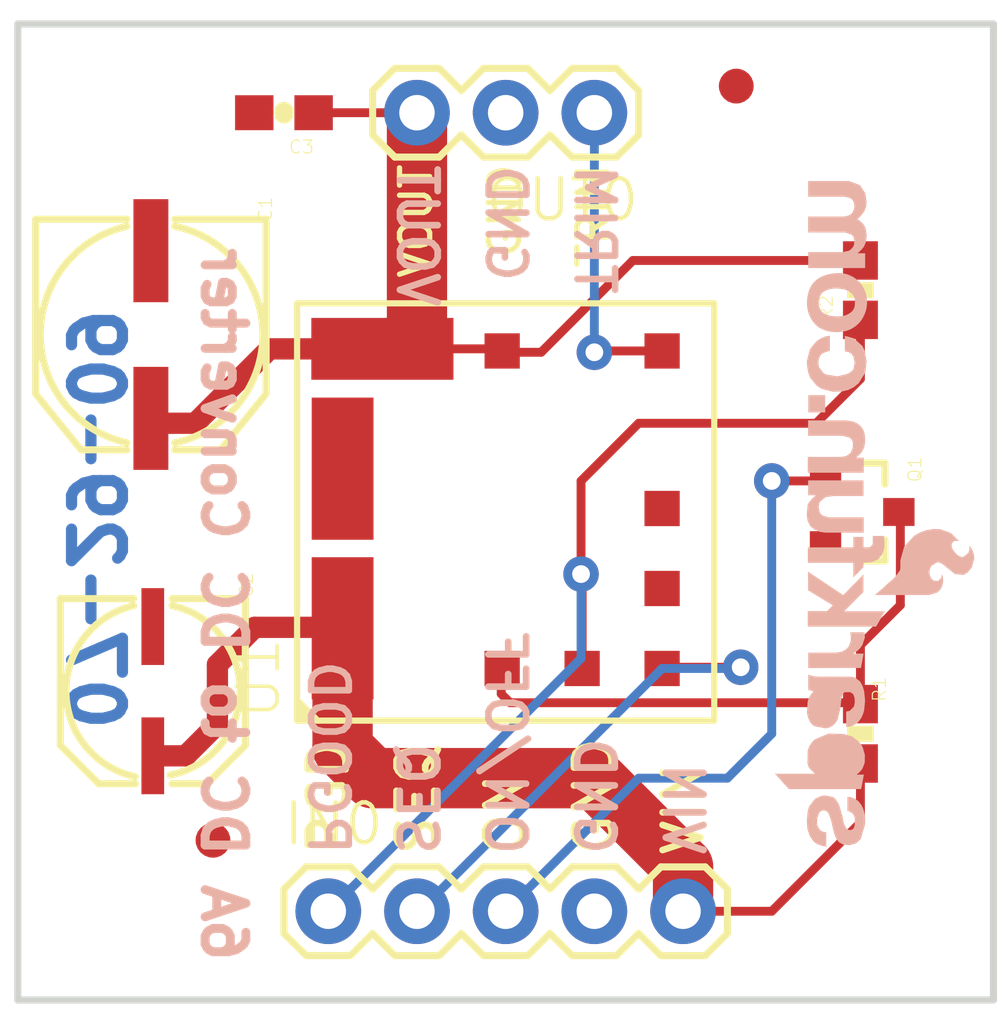
<source format=kicad_pcb>
(kicad_pcb (version 20211014) (generator pcbnew)
  (layers (0 "F.Cu" signal) (1 "In1.Cu" signal) (2 "In2.Cu" signal) (3 "In3.Cu" signal) (4 "In4.Cu" signal) (5 "In5.Cu" signal) (6 "In6.Cu" signal) (7 "In7.Cu" signal) (8 "In8.Cu" signal) (9 "In9.Cu" signal) (10 "In10.Cu" signal) (11 "In11.Cu" signal) (12 "In12.Cu" signal) (13 "In13.Cu" signal) (14 "In14.Cu" signal) (31 "B.Cu" signal) (34 "B.Paste" user) (35 "F.Paste" user) (36 "B.SilkS" user "B.Silkscreen") (37 "F.SilkS" user "F.Silkscreen") (38 "B.Mask" user) (39 "F.Mask" user) (44 "Edge.Cuts" user))
  (net 0 "")
  (net 1 "GND")
  (net 2 "SEQ")
  (net 3 "PGOOD")
  (net 4 "TRIM")
  (net 5 "N$1")
  (net 6 "ON/OFF")
  (net 7 "VIN")
  (net 8 "VOUT")
  (footprint "boardEagle:0603-CAP" (layer "F.Cu") (at 142.1511 93.5736 180)
    (fp_text reference "C3" (at -0.889 -0.762 180) (layer "F.SilkS") (effects (font (size 0.373888 0.373888) (thickness 0.032512)) (justify right top)))
    (fp_text value "0.1uF")
    (fp_line (start 0 -0.0305) (end 0 0.0305) (layer "F.SilkS") (width 0.5588))
    (pad "1" smd rect (at -0.85 0 180) (size 1.1 1) (layers "F.Cu" "F.Paste" "F.Mask") (net 8 "VOUT"))
    (pad "2" smd rect (at 0.85 0 180) (size 1.1 1) (layers "F.Cu" "F.Paste" "F.Mask") (net 1 "GND"))
  )
  (footprint "boardEagle:STAND-OFF" (layer "F.Cu") (at 159.9311 116.4336)
    (fp_text reference "U$3" hide)
    (fp_text value "STAND-OFF" hide)
    (pad "" np_thru_hole circle (at 0 0) (size 3.302 3.302) (drill 3.302) (layers *.Cu *.Mask))
  )
  (footprint "boardEagle:SOT23-3" (layer "F.Cu") (at 158.6611 105.0036 -90)
    (fp_text reference "Q1" (at -0.8255 -1.778 -90) (layer "F.SilkS") (effects (font (size 0.373888 0.373888) (thickness 0.032512)) (justify left bottom)))
    (fp_text value "MOSFET-NCHANNELSMD")
    (fp_line (start 1.4 -0.7) (end 1.4 0.1) (layer "F.SilkS") (width 0.2032))
    (fp_line (start -1.4 -0.7) (end -1.4 0.1) (layer "F.SilkS") (width 0.2032))
    (fp_line (start -0.8 -0.7) (end -1.4 -0.7) (layer "F.SilkS") (width 0.2032))
    (fp_line (start 0.8 -0.7) (end 1.4 -0.7) (layer "F.SilkS") (width 0.2032))
    (pad "1" smd rect (at -0.95 1 270) (size 0.8 0.9) (layers "F.Cu" "F.Paste" "F.Mask") (net 6 "ON/OFF"))
    (pad "2" smd rect (at 0.95 1 270) (size 0.8 0.9) (layers "F.Cu" "F.Paste" "F.Mask") (net 1 "GND"))
    (pad "3" smd rect (at 0 -1.1 270) (size 0.8 0.9) (layers "F.Cu" "F.Paste" "F.Mask") (net 5 "N$1"))
  )
  (footprint "boardEagle:STAND-OFF" (layer "F.Cu") (at 159.9311 93.5736)
    (fp_text reference "U$5" hide)
    (fp_text value "STAND-OFF" hide)
    (pad "" np_thru_hole circle (at 0 0) (size 3.302 3.302) (drill 3.302) (layers *.Cu *.Mask))
  )
  (footprint "boardEagle:FIDUCIAL-1X2" (layer "F.Cu") (at 140.1191 114.4016)
    (fp_text reference "FID2" hide)
    (fp_text value "FIDUCIAL1X2" hide)
    (pad "1" smd roundrect (at 0 0) (size 1 1) (layers "F.Cu" "F.Mask") (roundrect_rratio 0.5))
  )
  (footprint "boardEagle:STAND-OFF" (layer "F.Cu") (at 137.0711 116.4336)
    (fp_text reference "U$1" hide)
    (fp_text value "STAND-OFF" hide)
    (pad "" np_thru_hole circle (at 0 0) (size 3.302 3.302) (drill 3.302) (layers *.Cu *.Mask))
  )
  (footprint "boardEagle:NIPPON_F80" (layer "F.Cu") (at 138.3411 99.9236 -90)
    (fp_text reference "C1" (at -3.2 -3.5 -90) (layer "F.SilkS") (effects (font (size 0.373888 0.373888) (thickness 0.032512)) (justify left bottom)))
    (fp_text value "100uF-25V")
    (fp_line (start 1.7 -3.3) (end 3.3 -2) (layer "F.SilkS") (width 0.2032))
    (fp_line (start -3.3 -3.3) (end -3.3 -0.685) (layer "F.SilkS") (width 0.2032))
    (fp_line (start 3.3 2) (end 3.3 0.685) (layer "F.SilkS") (width 0.2032))
    (fp_line (start 3.3 2) (end 1.7 3.3) (layer "F.SilkS") (width 0.2032))
    (fp_line (start 3.3 -2) (end 3.3 -0.685) (layer "F.SilkS") (width 0.2032))
    (fp_line (start 1.7 3.3) (end -3.3 3.3) (layer "F.SilkS") (width 0.2032))
    (fp_line (start -3.3 -3.3) (end 1.7 -3.3) (layer "F.SilkS") (width 0.2032))
    (fp_line (start -3.3 3.3) (end -3.3 0.685) (layer "F.SilkS") (width 0.2032))
    (fp_arc (start 3.1 0.685) (mid 0 3.167421) (end -3.1 0.685) (layer "F.SilkS") (width 0.2032))
    (fp_arc (start -3.1 -0.685) (mid 0 -3.206549) (end 3.1 -0.685) (layer "F.SilkS") (width 0.2032))
    (pad "+" smd rect (at 2.4 0 270) (size 2.95 1) (layers "F.Cu" "F.Paste" "F.Mask") (net 8 "VOUT"))
    (pad "-" smd rect (at -2.4 0 270) (size 2.95 1) (layers "F.Cu" "F.Paste" "F.Mask") (net 1 "GND"))
  )
  (footprint "boardEagle:0603-RES" (layer "F.Cu") (at 158.6611 98.6536 90)
    (fp_text reference "R2" (at -0.889 -0.762 90) (layer "F.SilkS") (effects (font (size 0.373888 0.373888) (thickness 0.032512)) (justify left bottom)))
    (fp_text value "100K")
    (fp_poly (pts (xy -0.2286 0.381) (xy 0.2286 0.381) (xy 0.2286 -0.381) (xy -0.2286 -0.381)) (layer "F.SilkS") (width 0) (fill solid))
    (pad "1" smd rect (at -0.85 0 90) (size 1.1 1) (layers "F.Cu" "F.Paste" "F.Mask") (net 3 "PGOOD"))
    (pad "2" smd rect (at 0.85 0 90) (size 1.1 1) (layers "F.Cu" "F.Paste" "F.Mask") (net 8 "VOUT"))
  )
  (footprint "boardEagle:STAND-OFF" (layer "F.Cu") (at 137.0711 93.5736)
    (fp_text reference "U$4" hide)
    (fp_text value "STAND-OFF" hide)
    (pad "" np_thru_hole circle (at 0 0) (size 3.302 3.302) (drill 3.302) (layers *.Cu *.Mask))
  )
  (footprint "boardEagle:PANASONIC_C" (layer "F.Cu") (at 138.5951 110.0836 -90)
    (fp_text reference "C2" (at -2.6 -2.7 -90) (layer "F.SilkS") (effects (font (size 0.373888 0.373888) (thickness 0.032512)) (justify left bottom)))
    (fp_text value "22uF-35v")
    (fp_line (start 2.7 1.75) (end 1.6 2.85) (layer "F.SilkS") (width 0.2032))
    (fp_line (start 1.6 2.85) (end -2.6 2.85) (layer "F.SilkS") (width 0.2032))
    (fp_line (start -2.6 -2.45) (end 1.6 -2.45) (layer "F.SilkS") (width 0.2032))
    (fp_line (start 1.6 -2.45) (end 2.7 -1.35) (layer "F.SilkS") (width 0.2032))
    (fp_line (start -2.6 2.85) (end -2.6 0.75) (layer "F.SilkS") (width 0.2032))
    (fp_line (start -2.6 -2.45) (end -2.6 -0.35) (layer "F.SilkS") (width 0.2032))
    (fp_line (start 2.7 1.75) (end 2.7 0.7) (layer "F.SilkS") (width 0.2032))
    (fp_line (start 2.7 -1.35) (end 2.7 -0.35) (layer "F.SilkS") (width 0.2032))
    (fp_arc (start -2.4 -0.35) (mid 0.045371 -2.30101) (end 2.449999 -0.3) (layer "F.SilkS") (width 0.2032))
    (fp_arc (start 2.5 0.7) (mid 0.070009 2.685977) (end -2.400001 0.75) (layer "F.SilkS") (width 0.2032))
    (pad "+" smd rect (at 1.9 0.2 270) (size 2.2 0.65) (layers "F.Cu" "F.Paste" "F.Mask") (net 7 "VIN"))
    (pad "-" smd rect (at -1.8 0.2 270) (size 2.2 0.65) (layers "F.Cu" "F.Paste" "F.Mask") (net 1 "GND"))
  )
  (footprint "boardEagle:FIDUCIAL-1X2" (layer "F.Cu") (at 155.1051 92.8116)
    (fp_text reference "FID1" hide)
    (fp_text value "FIDUCIAL1X2" hide)
    (pad "1" smd roundrect (at 0 0) (size 1 1) (layers "F.Cu" "F.Mask") (roundrect_rratio 0.5))
  )
  (footprint "boardEagle:0603-RES" (layer "F.Cu") (at 158.6611 111.3536 -90)
    (fp_text reference "R1" (at -0.889 -0.762 -90) (layer "F.SilkS") (effects (font (size 0.373888 0.373888) (thickness 0.032512)) (justify left bottom)))
    (fp_text value "22K")
    (fp_poly (pts (xy -0.2286 0.381) (xy 0.2286 0.381) (xy 0.2286 -0.381) (xy -0.2286 -0.381)) (layer "F.SilkS") (width 0) (fill solid))
    (pad "1" smd rect (at -0.85 0 270) (size 1.1 1) (layers "F.Cu" "F.Paste" "F.Mask") (net 5 "N$1"))
    (pad "2" smd rect (at 0.85 0 270) (size 1.1 1) (layers "F.Cu" "F.Paste" "F.Mask") (net 7 "VIN"))
  )
  (footprint "boardEagle:1X05" (layer "F.Cu") (at 143.4211 116.4336)
    (fp_text reference "IN0" (at -1.3462 -1.8288) (layer "F.SilkS") (effects (font (size 1.143 1.143) (thickness 0.127)) (justify left bottom)))
    (fp_text value "")
    (fp_line (start 1.27 0.635) (end 0.635 1.27) (layer "F.SilkS") (width 0.2032))
    (fp_line (start 9.525 1.27) (end 8.89 0.635) (layer "F.SilkS") (width 0.2032))
    (fp_line (start 3.81 -0.635) (end 4.445 -1.27) (layer "F.SilkS") (width 0.2032))
    (fp_line (start 8.89 -0.635) (end 9.525 -1.27) (layer "F.SilkS") (width 0.2032))
    (fp_line (start 3.175 1.27) (end 1.905 1.27) (layer "F.SilkS") (width 0.2032))
    (fp_line (start 11.43 0.635) (end 10.795 1.27) (layer "F.SilkS") (width 0.2032))
    (fp_line (start 6.985 -1.27) (end 8.255 -1.27) (layer "F.SilkS") (width 0.2032))
    (fp_line (start -0.635 -1.27) (end 0.635 -1.27) (layer "F.SilkS") (width 0.2032))
    (fp_line (start 0.635 1.27) (end -0.635 1.27) (layer "F.SilkS") (width 0.2032))
    (fp_line (start 4.445 -1.27) (end 5.715 -1.27) (layer "F.SilkS") (width 0.2032))
    (fp_line (start -1.27 -0.635) (end -1.27 0.635) (layer "F.SilkS") (width 0.2032))
    (fp_line (start 6.985 -1.27) (end 6.35 -0.635) (layer "F.SilkS") (width 0.2032))
    (fp_line (start -0.635 -1.27) (end -1.27 -0.635) (layer "F.SilkS") (width 0.2032))
    (fp_line (start 3.81 0.635) (end 3.175 1.27) (layer "F.SilkS") (width 0.2032))
    (fp_line (start 6.35 0.635) (end 6.985 1.27) (layer "F.SilkS") (width 0.2032))
    (fp_line (start 8.255 -1.27) (end 8.89 -0.635) (layer "F.SilkS") (width 0.2032))
    (fp_line (start 6.35 0.635) (end 5.715 1.27) (layer "F.SilkS") (width 0.2032))
    (fp_line (start 11.43 -0.635) (end 11.43 0.635) (layer "F.SilkS") (width 0.2032))
    (fp_line (start 5.715 1.27) (end 4.445 1.27) (layer "F.SilkS") (width 0.2032))
    (fp_line (start 1.905 1.27) (end 1.27 0.635) (layer "F.SilkS") (width 0.2032))
    (fp_line (start 8.89 0.635) (end 8.255 1.27) (layer "F.SilkS") (width 0.2032))
    (fp_line (start 1.905 -1.27) (end 3.175 -1.27) (layer "F.SilkS") (width 0.2032))
    (fp_line (start 3.175 -1.27) (end 3.81 -0.635) (layer "F.SilkS") (width 0.2032))
    (fp_line (start 1.27 -0.635) (end 1.905 -1.27) (layer "F.SilkS") (width 0.2032))
    (fp_line (start -1.27 0.635) (end -0.635 1.27) (layer "F.SilkS") (width 0.2032))
    (fp_line (start 10.795 1.27) (end 9.525 1.27) (layer "F.SilkS") (width 0.2032))
    (fp_line (start 0.635 -1.27) (end 1.27 -0.635) (layer "F.SilkS") (width 0.2032))
    (fp_line (start 8.255 1.27) (end 6.985 1.27) (layer "F.SilkS") (width 0.2032))
    (fp_line (start 9.525 -1.27) (end 10.795 -1.27) (layer "F.SilkS") (width 0.2032))
    (fp_line (start 10.795 -1.27) (end 11.43 -0.635) (layer "F.SilkS") (width 0.2032))
    (fp_line (start 4.445 1.27) (end 3.81 0.635) (layer "F.SilkS") (width 0.2032))
    (fp_line (start 5.715 -1.27) (end 6.35 -0.635) (layer "F.SilkS") (width 0.2032))
    (pad "1" thru_hole circle (at 0 0 90) (size 1.8796 1.8796) (drill 1.016) (layers *.Cu *.Mask) (net 3 "PGOOD"))
    (pad "2" thru_hole circle (at 2.54 0 90) (size 1.8796 1.8796) (drill 1.016) (layers *.Cu *.Mask) (net 2 "SEQ"))
    (pad "3" thru_hole circle (at 5.08 0 90) (size 1.8796 1.8796) (drill 1.016) (layers *.Cu *.Mask) (net 6 "ON/OFF"))
    (pad "4" thru_hole circle (at 7.62 0 90) (size 1.8796 1.8796) (drill 1.016) (layers *.Cu *.Mask) (net 1 "GND"))
    (pad "5" thru_hole circle (at 10.16 0 90) (size 1.8796 1.8796) (drill 1.016) (layers *.Cu *.Mask) (net 7 "VIN"))
  )
  (footprint "boardEagle:DC-DC_CONVERTER" (layer "F.Cu") (at 148.5011 105.0036 90)
    (fp_text reference "U1" (at -6 -6.4 90) (layer "F.SilkS") (effects (font (size 1.1684 1.1684) (thickness 0.1016)) (justify left bottom)))
    (fp_text value "DC-DC_CONVERTER")
    (fp_line (start 5.973 -5.973) (end -5.973 -5.973) (layer "F.SilkS") (width 0.1778))
    (fp_line (start 5.973 5.973) (end 5.973 -5.973) (layer "F.SilkS") (width 0.1778))
    (fp_line (start -5.9182 -5.6896) (end -5.6896 -5.9182) (layer "F.SilkS") (width 0.254))
    (fp_line (start -5.973 5.973) (end 5.973 5.973) (layer "F.SilkS") (width 0.1778))
    (fp_line (start -5.9182 -5.4356) (end -5.4102 -5.9436) (layer "F.SilkS") (width 0.1778))
    (fp_line (start -5.973 -5.973) (end -5.973 5.973) (layer "F.SilkS") (width 0.1778))
    (pad "1" smd rect (at -4.48 -0.1 90) (size 1.01 1.01) (layers "F.Cu" "F.Paste" "F.Mask") (net 5 "N$1"))
    (pad "2" smd rect (at -3.33 -4.67 180) (size 1.77 4.07) (layers "F.Cu" "F.Paste" "F.Mask") (net 7 "VIN"))
    (pad "3" smd rect (at 1.24 -4.67 180) (size 1.77 4.07) (layers "F.Cu" "F.Paste" "F.Mask") (net 1 "GND"))
    (pad "4" smd rect (at 4.67 -3.53 90) (size 1.77 4.07) (layers "F.Cu" "F.Paste" "F.Mask") (net 8 "VOUT"))
    (pad "5" smd rect (at 4.61 -0.1 90) (size 1.01 1.01) (layers "F.Cu" "F.Paste" "F.Mask") (net 8 "VOUT"))
    (pad "6" smd rect (at 4.61 4.48 90) (size 1.01 1.01) (layers "F.Cu" "F.Paste" "F.Mask") (net 4 "TRIM"))
    (pad "7" smd rect (at 0.1 4.48 90) (size 1.01 1.01) (layers "F.Cu" "F.Paste" "F.Mask") (net 1 "GND"))
    (pad "8" smd rect (at -2.19 4.48 90) (size 1.01 1.01) (layers "F.Cu" "F.Paste" "F.Mask"))
    (pad "9" smd rect (at -4.48 4.48 90) (size 1.01 1.01) (layers "F.Cu" "F.Paste" "F.Mask") (net 2 "SEQ"))
    (pad "10" smd rect (at -4.48 2.19 90) (size 1.01 1.01) (layers "F.Cu" "F.Paste" "F.Mask") (net 3 "PGOOD"))
  )
  (footprint "boardEagle:1X03" (layer "F.Cu") (at 151.0411 93.5736 180)
    (fp_text reference "OUT0" (at -1.3462 -1.8288 180) (layer "F.SilkS") (effects (font (size 1.143 1.143) (thickness 0.127)) (justify right top)))
    (fp_text value "")
    (fp_line (start -1.27 0.635) (end -0.635 1.27) (layer "F.SilkS") (width 0.2032))
    (fp_line (start -0.635 -1.27) (end -1.27 -0.635) (layer "F.SilkS") (width 0.2032))
    (fp_line (start 1.27 0.635) (end 0.635 1.27) (layer "F.SilkS") (width 0.2032))
    (fp_line (start 4.445 1.27) (end 3.81 0.635) (layer "F.SilkS") (width 0.2032))
    (fp_line (start 3.175 1.27) (end 1.905 1.27) (layer "F.SilkS") (width 0.2032))
    (fp_line (start 3.81 -0.635) (end 4.445 -1.27) (layer "F.SilkS") (width 0.2032))
    (fp_line (start 0.635 -1.27) (end 1.27 -0.635) (layer "F.SilkS") (width 0.2032))
    (fp_line (start 3.175 -1.27) (end 3.81 -0.635) (layer "F.SilkS") (width 0.2032))
    (fp_line (start 0.635 1.27) (end -0.635 1.27) (layer "F.SilkS") (width 0.2032))
    (fp_line (start 6.35 -0.635) (end 6.35 0.635) (layer "F.SilkS") (width 0.2032))
    (fp_line (start 5.715 1.27) (end 4.445 1.27) (layer "F.SilkS") (width 0.2032))
    (fp_line (start -0.635 -1.27) (end 0.635 -1.27) (layer "F.SilkS") (width 0.2032))
    (fp_line (start 5.715 -1.27) (end 6.35 -0.635) (layer "F.SilkS") (width 0.2032))
    (fp_line (start 4.445 -1.27) (end 5.715 -1.27) (layer "F.SilkS") (width 0.2032))
    (fp_line (start 1.905 1.27) (end 1.27 0.635) (layer "F.SilkS") (width 0.2032))
    (fp_line (start 1.27 -0.635) (end 1.905 -1.27) (layer "F.SilkS") (width 0.2032))
    (fp_line (start 6.35 0.635) (end 5.715 1.27) (layer "F.SilkS") (width 0.2032))
    (fp_line (start 3.81 0.635) (end 3.175 1.27) (layer "F.SilkS") (width 0.2032))
    (fp_line (start 1.905 -1.27) (end 3.175 -1.27) (layer "F.SilkS") (width 0.2032))
    (fp_line (start -1.27 -0.635) (end -1.27 0.635) (layer "F.SilkS") (width 0.2032))
    (pad "1" thru_hole circle (at 0 0 270) (size 1.8796 1.8796) (drill 1.016) (layers *.Cu *.Mask) (net 4 "TRIM"))
    (pad "2" thru_hole circle (at 2.54 0 270) (size 1.8796 1.8796) (drill 1.016) (layers *.Cu *.Mask) (net 1 "GND"))
    (pad "3" thru_hole circle (at 5.08 0 270) (size 1.8796 1.8796) (drill 1.016) (layers *.Cu *.Mask) (net 8 "VOUT"))
  )
  (footprint "boardEagle:SFE-NEW-WEBLOGO" (layer "B.Cu") (at 156.2227 114.5794 90)
    (fp_text reference "U$2" hide)
    (fp_text value "LOGO-SFENEW" hide)
    (fp_line (start 15.5702 2.6137) (end 15.5854 2.6137) (layer "B.SilkS") (width 0.0254))
    (fp_line (start 12.1818 0.955) (end 11.7729 0.955) (layer "B.SilkS") (width 0.0254))
    (fp_line (start 11.1201 2.5171) (end 11.1201 2.2962) (layer "B.SilkS") (width 0.0254))
    (fp_line (start 11.1379 0.9449) (end 10.7163 0.9449) (layer "B.SilkS") (width 0.0254))
    (fp_line (start 15.5499 2.6137) (end 15.5499 2.2911) (layer "B.SilkS") (width 0.0254))
    (fp_line (start 11.1201 2.2962) (end 11.1277 2.2962) (layer "B.SilkS") (width 0.0254))
    (fp_line (start 10.7163 0.9449) (end 10.7163 2.5171) (layer "B.SilkS") (width 0.0254))
    (fp_line (start 11.1379 1.8136) (end 11.1379 0.9449) (layer "B.SilkS") (width 0.0254))
    (fp_line (start 12.1818 2.0091) (end 12.1818 0.955) (layer "B.SilkS") (width 0.0254))
    (fp_line (start 15.5702 2.2962) (end 15.5702 2.6137) (layer "B.SilkS") (width 0.0254))
    (fp_line (start 10.7163 2.5171) (end 11.1201 2.5171) (layer "B.SilkS") (width 0.0254))
    (fp_line (start 11.7729 0.955) (end 11.7729 1.9202) (layer "B.SilkS") (width 0.0254))
    (fp_line (start 15.5499 2.2911) (end 15.527 2.2911) (layer "B.SilkS") (width 0.0254))
    (fp_arc (start 11.5672 2.5552) (mid 11.411238 2.523841) (end 11.2725 2.446) (layer "B.SilkS") (width 0.0254))
    (fp_arc (start 15.24 1.4097) (mid 15.31871 1.3127) (end 15.428 1.2522) (layer "B.SilkS") (width 0.0254))
    (fp_arc (start 11.4198 2.2327) (mid 11.475702 2.235165) (end 11.5316 2.2377) (layer "B.SilkS") (width 0.0254))
    (fp_arc (start 15.9029 0.9754) (mid 16.153433 1.12491) (end 16.317 1.3665) (layer "B.SilkS") (width 0.0254))
    (fp_arc (start 11.1455 2.3038) (mid 11.152103 2.311188) (end 11.1582 2.319) (layer "B.SilkS") (width 0.0254))
    (fp_arc (start 11.1684 2.0396) (mid 11.146105 1.962214) (end 11.1379 1.8821) (layer "B.SilkS") (width 0.0254))
    (fp_arc (start 11.7678 2.5502) (mid 11.667584 2.556058) (end 11.5672 2.5552) (layer "B.SilkS") (width 0.0254))
    (fp_arc (start 16.4033 1.808499) (mid 16.333054 2.143404) (end 16.129 2.4181) (layer "B.SilkS") (width 0.0254))
    (fp_arc (start 15.9868 1.7196) (mid 15.980368 1.846143) (end 15.9588 1.971) (layer "B.SilkS") (width 0.0254))
    (fp_arc (start 15.8318 2.2047) (mid 15.783745 2.244042) (end 15.7277 2.2708) (layer "B.SilkS") (width 0.0254))
    (fp_arc (start 11.1277 2.2962) (mid 11.137379 2.298176) (end 11.1455 2.3038) (layer "B.SilkS") (width 0.0254))
    (fp_arc (start 15.1714 1.6383) (mid 15.194331 1.520588) (end 15.24 1.4097) (layer "B.SilkS") (width 0.0254))
    (fp_arc (start 15.7632 1.2725) (mid 15.846801 1.329279) (end 15.908 1.4097) (layer "B.SilkS") (width 0.0254))
    (fp_arc (start 14.7549 1.9507) (mid 14.737287 1.759061) (end 14.7523 1.5672) (layer "B.SilkS") (width 0.0254))
    (fp_arc (start 15.428 1.2522) (mid 15.597525 1.230563) (end 15.7632 1.2725) (layer "B.SilkS") (width 0.0254))
    (fp_arc (start 11.4198 2.2327) (mid 11.334441 2.214452) (end 11.259799 2.1692) (layer "B.SilkS") (width 0.0254))
    (fp_arc (start 15.2781 2.1692) (mid 15.20247 2.035022) (end 15.168899 1.8847) (layer "B.SilkS") (width 0.0254))
    (fp_arc (start 15.527 2.2911) (mid 15.388433 2.258974) (end 15.278099 2.1692) (layer "B.SilkS") (width 0.0254))
    (fp_arc (start 11.5976 2.2276) (mid 11.565101 2.235925) (end 11.5316 2.2377) (layer "B.SilkS") (width 0.0254))
    (fp_arc (start 14.9911 1.1201) (mid 15.249615 0.972855) (end 15.5423 0.9195) (layer "B.SilkS") (width 0.0254))
    (fp_arc (start 12.1488 2.232699) (mid 12.104013 2.336521) (end 12.0345 2.4257) (layer "B.SilkS") (width 0.0254))
    (fp_arc (start 15.128201 2.4892) (mid 14.882786 2.260687) (end 14.7549 1.9507) (layer "B.SilkS") (width 0.0254))
    (fp_arc (start 14.7523 1.5672) (mid 14.792796 1.413418) (end 14.8615 1.27) (layer "B.SilkS") (width 0.0254))
    (fp_arc (start 11.1379 1.8821) (mid 11.137681 1.84785) (end 11.1379 1.8136) (layer "B.SilkS") (width 0.0254))
    (fp_arc (start 11.7729 1.9202) (mid 11.758038 2.02962) (end 11.7145 2.1311) (layer "B.SilkS") (width 0.0254))
    (fp_arc (start 12.0345 2.425699) (mid 11.911985 2.51116) (end 11.7678 2.5502) (layer "B.SilkS") (width 0.0254))
    (fp_arc (start 15.9588 1.971) (mid 15.910982 2.096372) (end 15.8318 2.2047) (layer "B.SilkS") (width 0.0254))
    (fp_arc (start 15.809 2.5857) (mid 15.698073 2.606673) (end 15.5854 2.6137) (layer "B.SilkS") (width 0.0254))
    (fp_arc (start 15.908 1.4097) (mid 15.966057 1.559906) (end 15.9868 1.7196) (layer "B.SilkS") (width 0.0254))
    (fp_arc (start 11.7145 2.1311) (mid 11.664346 2.1894) (end 11.5976 2.2276) (layer "B.SilkS") (width 0.0254))
    (fp_arc (start 15.5499 2.6137) (mid 15.331296 2.577713) (end 15.1282 2.4892) (layer "B.SilkS") (width 0.0254))
    (fp_arc (start 11.1862 2.3571) (mid 11.172158 2.338081) (end 11.1582 2.319) (layer "B.SilkS") (width 0.0254))
    (fp_arc (start 11.2598 2.1692) (mid 11.206137 2.110016) (end 11.1684 2.0396) (layer "B.SilkS") (width 0.0254))
    (fp_arc (start 16.129 2.4181) (mid 15.978822 2.520652) (end 15.809 2.5857) (layer "B.SilkS") (width 0.0254))
    (fp_arc (start 15.5423 0.9195) (mid 15.724919 0.932492) (end 15.9029 0.9754) (layer "B.SilkS") (width 0.0254))
    (fp_arc (start 11.2725 2.446) (mid 11.226399 2.404414) (end 11.1862 2.3571) (layer "B.SilkS") (width 0.0254))
    (fp_arc (start 12.1818 2.0091) (mid 12.172765 2.122002) (end 12.1488 2.2327) (layer "B.SilkS") (width 0.0254))
    (fp_arc (start 16.317 1.3665) (mid 16.380488 1.583529) (end 16.4033 1.8085) (layer "B.SilkS") (width 0.0254))
    (fp_arc (start 15.7277 2.2708) (mid 15.650001 2.290018) (end 15.5702 2.2962) (layer "B.SilkS") (width 0.0254))
    (fp_arc (start 15.1689 1.8847) (mid 15.165026 1.761448) (end 15.1714 1.6383) (layer "B.SilkS") (width 0.0254))
    (fp_arc (start 14.8615 1.27) (mid 14.919858 1.189481) (end 14.9911 1.1201) (layer "B.SilkS") (width 0.0254))
    (fp_poly (pts (xy 11.770768 2.56283) (xy 12.043428 2.435548) (xy 12.160999 2.237024) (xy 12.1945 2.010032) (xy 12.1945 0.9423) (xy 11.7602 0.9423) (xy 11.7602 1.918474) (xy 11.70302 2.124971) (xy 11.656141 2.179464) (xy 11.593345 2.215403) (xy 11.53092 2.224956) (xy 11.476269 2.222478) (xy 11.422495 2.220106) (xy 11.268 2.158791) (xy 11.18035 2.034508) (xy 11.1506 1.880883) (xy 11.1506 0.9322) (xy 10.7036 0.9322) (xy 10.7036 2.5298) (xy 11.1328 2.5298) (xy 11.1328 2.310454) (xy 11.136857 2.313263) (xy 11.148195 2.326834) (xy 11.161924 2.345602) (xy 11.176241 2.364992) (xy 11.217267 2.413279) (xy 11.265048 2.456381) (xy 11.406772 2.535896) (xy 11.566093 2.567932)) (layer "B.SilkS") (width 0) (fill solid))
    (fp_poly (pts (xy 8.337002 5.691103) (xy 8.426449 5.668729) (xy 8.439477 5.663683) (xy 8.451149 5.657775) (xy 8.46786 5.649476) (xy 8.486552 5.642734) (xy 8.582694 5.5855) (xy 8.5903 5.5855) (xy 8.5903 5.5601) (xy 8.517833 5.5601) (xy 8.419418 5.540814) (xy 8.285855 5.378186) (xy 8.290365 5.319725) (xy 8.33909 5.224769) (xy 8.415666 5.148096) (xy 8.505069 5.083538) (xy 8.580348 5.051724) (xy 8.661737 5.054532) (xy 8.669864 5.057086) (xy 8.677257 5.060289) (xy 8.741514 5.119856) (xy 8.7478 5.142712) (xy 8.7478 5.260838) (xy 8.974707 5.031027) (xy 9.079186 4.739741) (xy 9.082603 4.739794) (xy 9.08906 4.533335) (xy 9.059857 4.34032) (xy 8.996308 4.155742) (xy 8.8773 3.944478) (xy 8.8773 3.963481) (xy 8.589131 3.69191) (xy 8.193239 3.5814) (xy 7.964005 3.5814) (xy 7.927201 3.574946) (xy 7.892776 3.562492) (xy 7.707322 3.424684) (xy 7.1984 2.85199) (xy 7.1984 4.40367) (xy 7.271004 4.644867) (xy 7.379295 4.748389) (xy 7.518122 4.800422) (xy 7.6149 4.807989) (xy 7.710384 4.800523) (xy 7.77091 4.790999) (xy 7.768788 4.767333) (xy 7.733216 4.768142) (xy 7.712784 4.759041) (xy 7.631519 4.700054) (xy 7.611722 4.67357) (xy 7.601395 4.6114) (xy 7.611905 4.548129) (xy 7.632405 4.508074) (xy 7.663343 4.475585) (xy 7.757535 4.42645) (xy 7.863229 4.414642) (xy 7.953768 4.432984) (xy 8.03522 4.472556) (xy 8.13303 4.637559) (xy 8.118706 4.731744) (xy 8.061914 4.813301) (xy 7.795707 5.146137) (xy 7.772667 5.393755) (xy 7.838495 5.504456) (xy 7.840042 5.506003) (xy 7.989901 5.63002) (xy 8.243676 5.699964)) (layer "B.SilkS") (width 0) (fill solid))
    (fp_poly (pts (xy 14.181776 2.563159) (xy 14.181555 2.560669) (xy 14.327447 2.496725) (xy 14.547848 2.246517) (xy 14.619242 1.9914) (xy 14.1707 1.9914) (xy 14.1707 2.005388) (xy 14.15242 2.10038) (xy 14.100807 2.180729) (xy 14.023181 2.236025) (xy 13.860405 2.2706) (xy 13.694207 2.245798) (xy 13.653262 2.227396) (xy 13.618712 2.198612) (xy 13.531409 2.074936) (xy 13.459735 1.779947) (xy 13.507258 1.471936) (xy 13.55233 1.379537) (xy 13.718934 1.256376) (xy 13.795519 1.238584) (xy 13.875272 1.234455) (xy 13.963395 1.249226) (xy 14.044683 1.286045) (xy 14.088707 1.320383) (xy 14.123821 1.362695) (xy 14.191983 1.5646) (xy 14.6202 1.5646) (xy 14.6202 1.546046) (xy 14.607183 1.4497) (xy 14.551954 1.307962) (xy 14.468685 1.180108) (xy 14.234909 0.989147) (xy 13.88734 0.904104) (xy 13.726062 0.914148) (xy 13.567886 0.942693) (xy 13.423659 0.994928) (xy 13.188191 1.185237) (xy 13.098694 1.32648) (xy 13.017451 1.644495) (xy 13.0251 1.894992) (xy 13.0251 1.896181) (xy 13.064859 2.076939) (xy 13.14486 2.243932) (xy 13.26133 2.388842) (xy 13.574558 2.580191) (xy 13.883988 2.616332)) (layer "B.SilkS") (width 0) (fill solid))
    (fp_poly (pts (xy 4.444983 2.544915) (xy 4.588724 2.501712) (xy 4.72259 2.430523) (xy 4.844814 2.271666) (xy 4.859671 2.1819) (xy 4.8616 2.1819) (xy 4.8616 1.6891) (xy 4.864173 1.6891) (xy 4.861603 1.242544) (xy 4.871819 1.108765) (xy 4.906709 0.979276) (xy 4.920484 0.9423) (xy 4.495275 0.9423) (xy 4.477494 0.951279) (xy 4.472002 0.970735) (xy 4.468249 0.985133) (xy 4.446292 1.084946) (xy 4.440321 1.089528) (xy 4.438946 1.088886) (xy 4.309064 0.98859) (xy 4.153188 0.927249) (xy 3.824183 0.906712) (xy 3.683825 0.938256) (xy 3.554173 1.000134) (xy 3.486826 1.05665) (xy 3.437273 1.130532) (xy 3.3807 1.444163) (xy 3.3807 1.446675) (xy 3.401941 1.543624) (xy 3.446308 1.632822) (xy 3.527788 1.722902) (xy 3.632416 1.784766) (xy 3.937258 1.861632) (xy 4.048648 1.873601) (xy 4.159032 1.884616) (xy 4.224808 1.893434) (xy 4.289167 1.907055) (xy 4.336271 1.923637) (xy 4.379043 1.948303) (xy 4.407461 1.974391) (xy 4.413402 1.982997) (xy 4.4171 1.991455) (xy 4.4171 2.14983) (xy 4.358226 2.232254) (xy 4.254396 2.270917) (xy 4.188033 2.274326) (xy 4.120968 2.275774) (xy 4.006679 2.25395) (xy 3.883049 2.131716) (xy 3.8659 2.045941) (xy 3.8659 2.0295) (xy 3.429 2.0295) (xy 3.429 2.040006) (xy 3.418965 2.041638) (xy 3.439259 2.166448) (xy 3.491292 2.283494) (xy 3.571378 2.383462) (xy 3.674008 2.459597) (xy 3.791998 2.513469) (xy 3.916944 2.547448) (xy 4.18103 2.571338)) (layer "B.SilkS") (width 0) (fill solid))
    (fp_poly (pts (xy 6.7335 1.97376) (xy 7.284539 2.5248) (xy 7.78835 2.5248) (xy 7.197009 1.946483) (xy 7.869909 0.937183) (xy 7.330929 0.939835) (xy 6.903958 1.643716) (xy 6.7386 1.483032) (xy 6.7386 0.9296) (xy 6.306639 0.9296) (xy 6.2941 0.942139) (xy 6.2941 2.887776) (xy 6.7335 3.138467)) (layer "B.SilkS") (width 0) (fill solid))
    (fp_poly (pts (xy 6.1316 2.557116) (xy 6.1316 2.1463) (xy 6.115783 2.1463) (xy 6.10653 2.147054) (xy 6.097893 2.149211) (xy 6.068387 2.157247) (xy 6.038922 2.161538) (xy 5.96265 2.16474) (xy 5.887609 2.16159) (xy 5.731931 2.107297) (xy 5.637642 2.018651) (xy 5.577302 1.903423) (xy 5.5499 1.736362) (xy 5.5499 0.9423) (xy 5.107878 0.9423) (xy 5.110519 2.454146) (xy 5.522 2.527255) (xy 5.522 2.234211) (xy 5.526569 2.235704) (xy 5.544428 2.262537) (xy 5.578841 2.314524) (xy 5.613758 2.367854) (xy 5.686736 2.438162) (xy 5.778008 2.498223) (xy 5.979984 2.565515)) (layer "B.SilkS") (width 0) (fill solid))
    (fp_poly (pts (xy 1.201557 2.290098) (xy 1.414074 2.156268) (xy 1.42383 2.065) (xy 1.01008 2.065) (xy 1.00135 2.126336) (xy 0.936084 2.220524) (xy 0.871818 2.257603) (xy 0.798545 2.2758) (xy 0.628591 2.2758) (xy 0.583991 2.267366) (xy 0.541641 2.251683) (xy 0.51157 2.232098) (xy 0.488615 2.205726) (xy 0.469153 2.152745) (xy 0.474605 2.097619) (xy 0.521549 2.031824) (xy 0.664468 1.962838) (xy 0.866638 1.922444) (xy 1.206678 1.822687) (xy 1.354318 1.729494) (xy 1.389578 1.692366) (xy 1.416579 1.648151) (xy 1.460229 1.440208) (xy 1.447804 1.4376) (xy 1.460484 1.436955) (xy 1.457817 1.384541) (xy 1.452657 1.33034) (xy 1.371775 1.140043) (xy 1.14885 0.969822) (xy 1.013381 0.927267) (xy 0.74708 0.904177) (xy 0.617383 0.909691) (xy 0.487493 0.922202) (xy 0.306845 0.984179) (xy 0.185213 1.061804) (xy 0.109225 1.132023) (xy 0.056988 1.2215) (xy 0.013059 1.350644) (xy 0.002577 1.410659) (xy -0.00152 1.469003) (xy 0.738195 1.10308) (xy 1.120535 1.189415) (xy 1.224069 1.497645) (xy 0.809011 1.723764) (xy 0.364394 1.98847) (xy 0.308075 2.310537) (xy 0.741882 2.423672)) (layer "B.SilkS") (width 0) (fill solid))
    (fp_poly (pts (xy 12.4257 0.9449) (xy 12.921 0.9449) (xy 12.921 1.43) (xy 12.4257 1.43)) (layer "B.SilkS") (width 0) (fill solid))
    (fp_poly (pts (xy 17.714962 2.583496) (xy 17.714669 2.58013) (xy 17.812284 2.526288) (xy 17.900302 2.442716) (xy 17.956995 2.351455) (xy 17.961394 2.355854) (xy 18.007182 2.404147) (xy 18.086856 2.480888) (xy 18.177617 2.546023) (xy 18.30384 2.60027) (xy 18.440544 2.616304) (xy 18.698981 2.580082) (xy 18.93345 2.426436) (xy 19.05 2.112985) (xy 19.05 0.9398) (xy 18.6004 0.9398) (xy 18.6004 1.979658) (xy 18.558302 2.150487) (xy 18.49797 2.220003) (xy 18.412014 2.255689) (xy 18.322362 2.262413) (xy 18.233537 2.253336) (xy 18.121633 2.190061) (xy 18.068614 2.109201) (xy 18.041426 2.014408) (xy 18.036069 1.960144) (xy 18.034 1.904767) (xy 18.034 0.9398) (xy 17.5768 0.9398) (xy 17.5768 2.006808) (xy 17.507834 2.191589) (xy 17.433119 2.246143) (xy 17.339789 2.26304) (xy 17.298061 2.260863) (xy 17.256145 2.258198) (xy 17.19103 2.2421) (xy 17.135402 2.205103) (xy 17.092564 2.160343) (xy 17.055171 2.112821) (xy 17.0155 1.934108) (xy 17.0155 0.9423) (xy 16.5583 0.9423) (xy 16.5583 2.573) (xy 16.9824 2.573) (xy 16.9824 2.355139) (xy 16.985319 2.355789) (xy 17.015959 2.3959) (xy 17.093229 2.475705) (xy 17.171263 2.538367) (xy 17.262579 2.579887) (xy 17.318155 2.59498) (xy 17.374103 2.605849) (xy 17.443329 2.614463) (xy 17.514022 2.618767)) (layer "B.SilkS") (width 0) (fill solid))
    (fp_poly (pts (xy 8.809435 3.119895) (xy 8.875117 3.1166) (xy 8.89 3.1166) (xy 8.89 2.7889) (xy 8.869112 2.7889) (xy 8.841108 2.7915) (xy 8.660351 2.7915) (xy 8.587936 2.740064) (xy 8.571192 2.699602) (xy 8.5649 2.653436) (xy 8.5649 2.5273) (xy 8.8621 2.5273) (xy 8.8621 2.2352) (xy 8.5623 2.2352) (xy 8.5623 0.9322) (xy 8.1204 0.9322) (xy 8.1204 2.232779) (xy 7.70383 2.235391) (xy 7.995739 2.5273) (xy 8.1255 2.5273) (xy 8.1255 2.560826) (xy 8.143432 2.77702) (xy 8.219199 2.938937) (xy 8.324367 3.032939) (xy 8.449534 3.095959) (xy 8.586403 3.1242) (xy 8.743112 3.1242)) (layer "B.SilkS") (width 0) (fill solid))
    (fp_poly (pts (xy 9.4234 1.520809) (xy 9.472888 1.359974) (xy 9.516069 1.308185) (xy 9.573108 1.271734) (xy 9.714103 1.241374) (xy 9.853529 1.268908) (xy 10.003067 1.442966) (xy 10.033 1.684784) (xy 10.033 2.5273) (xy 10.48 2.5273) (xy 10.48 0.9398) (xy 10.0533 0.9398) (xy 10.0533 1.159713) (xy 9.961626 1.051965) (xy 9.823848 0.946774) (xy 9.797269 0.933513) (xy 9.76873 0.924761) (xy 9.46843 0.899096) (xy 9.311419 0.929258) (xy 9.173895 1.0008) (xy 9.172522 1.0008) (xy 9.155194 1.014756) (xy 9.141833 1.028106) (xy 9.055991 1.150842) (xy 9.0022 1.291099) (xy 8.984 1.439423) (xy 8.984 2.5324) (xy 9.4234 2.5324)) (layer "B.SilkS") (width 0) (fill solid))
    (fp_poly (pts (xy 0.803285 2.567895) (xy 0.944243 2.553799) (xy 1.081508 2.516334) (xy 1.193542 2.461399) (xy 1.291841 2.383865) (xy 1.357039 2.297824) (xy 1.377068 2.257603) (xy 1.393653 2.216867) (xy 1.417283 2.151914) (xy 1.353784 2.105111) (xy 1.152335 2.254241) (xy 0.736496 2.387002) (xy 0.372563 2.277101) (xy 0.417885 2.019712) (xy 1.241556 1.540676) (xy 1.263422 1.497067) (xy 1.147655 1.152457) (xy 0.724605 1.058492) (xy -0.038666 1.4605) (xy 0.4115 1.4605) (xy 0.4115 1.443466) (xy 0.420402 1.369907) (xy 0.454647 1.305856) (xy 0.524204 1.243359) (xy 0.610838 1.206018) (xy 0.637726 1.200933) (xy 0.665996 1.198897) (xy 0.7328 1.198389) (xy 0.79791 1.198884) (xy 0.968129 1.258019) (xy 1.007666 1.302193) (xy 1.028603 1.358428) (xy 1.025789 1.425439) (xy 0.995864 1.485288) (xy 0.943734 1.527918) (xy 0.715431 1.605731) (xy 0.533161 1.644154) (xy 0.351479 1.692254) (xy 0.230117 1.743632) (xy 0.122357 1.822697) (xy 0.0457 1.960096) (xy 0.0457 1.963141) (xy 0.038572 2.135467) (xy 0.0838 2.300409) (xy 0.0838 2.303445) (xy 0.206233 2.444416) (xy 0.620397 2.567885) (xy 0.71245 2.568634)) (layer "B.SilkS") (width 0) (fill solid))
    (fp_poly (pts (xy 2.834651 2.506079) (xy 2.92707 2.450683) (xy 3.011605 2.383731) (xy 3.1267 2.221709) (xy 3.1267 2.263503) (xy 3.219434 1.972794) (xy 3.236098 1.526727) (xy 3.068933 1.135798) (xy 2.975978 1.041462) (xy 2.864973 0.970996) (xy 2.740356 0.92713) (xy 2.372489 0.922) (xy 2.370226 0.922) (xy 2.254471 0.962806) (xy 2.0828 1.127587) (xy 2.0828 -0.010757) (xy 1.6434 0.385552) (xy 1.6434 2.45912) (xy 2.057593 2.537568) (xy 2.055012 2.330538) (xy 2.068304 2.345345) (xy 2.15812 2.442839) (xy 2.234107 2.497896) (xy 2.368681 2.552194) (xy 2.419192 2.562883) (xy 2.620347 2.565422)) (layer "B.SilkS") (width 0) (fill solid))
    (fp_poly (pts (xy 15.5499 2.609649) (xy 15.5499 2.29782) (xy 15.429469 2.281338) (xy 15.314616 2.217851) (xy 15.23586 2.109416) (xy 15.196312 2.020604) (xy 15.168868 1.873153) (xy 15.163824 1.687316) (xy 15.181322 1.562471) (xy 15.218744 1.447652) (xy 15.272523 1.345) (xy 15.437302 1.244156) (xy 15.6121 1.221967) (xy 15.787119 1.281181) (xy 15.894998 1.379217) (xy 15.949332 1.500229) (xy 15.9868 1.655017) (xy 15.9868 1.797481) (xy 15.961756 1.990339) (xy 15.88736 2.151531) (xy 15.803924 2.232457) (xy 15.708711 2.283762) (xy 15.58997 2.2936) (xy 15.567485 2.2936) (xy 15.57294 2.617878) (xy 15.788992 2.590535) (xy 15.954486 2.53364) (xy 16.155367 2.394616) (xy 16.266844 2.264968) (xy 16.37246 2.027864) (xy 16.400898 1.805948) (xy 16.375193 1.592623) (xy 16.305839 1.343513) (xy 16.222719 1.211114) (xy 16.101494 1.095067) (xy 15.987532 1.014773) (xy 15.799031 0.950211) (xy 15.544583 0.924513) (xy 15.240687 0.965682) (xy 14.951456 1.146439) (xy 14.788469 1.399985) (xy 14.726674 1.793647) (xy 14.809154 2.154405) (xy 15.026083 2.4307) (xy 15.368412 2.600648) (xy 15.51864 2.6187) (xy 15.52691 2.6187)) (layer "B.SilkS") (width 0) (fill solid))
  )
  (gr_line (start 162.4711 118.9736) (end 162.4711 91.0336) (layer "Edge.Cuts") (width 0.2032))
  (gr_line (start 162.4711 91.0336) (end 134.5311 91.0336) (layer "Edge.Cuts") (width 0.2032))
  (gr_line (start 134.5311 118.9736) (end 162.4711 118.9736) (layer "Edge.Cuts") (width 0.2032))
  (gr_line (start 134.5311 91.0336) (end 134.5311 118.9736) (layer "Edge.Cuts") (width 0.2032))
  (gr_text "07-29-09" (at 137.5791 99.0346 -90) (layer "B.Cu") (effects (font (size 1.45796 1.45796) (thickness 0.32004)) (justify right top mirror)))
  (gr_text "PGOOD" (at 142.7861 114.9096 -90) (layer "B.SilkS") (effects (font (size 1.0795 1.0795) (thickness 0.1905)) (justify left bottom mirror)))
  (gr_text "TRIM" (at 151.6761 94.9706 -90) (layer "B.SilkS") (effects (font (size 1.0795 1.0795) (thickness 0.1905)) (justify right top mirror)))
  (gr_text "VIN" (at 152.9461 114.9096 -90) (layer "B.SilkS") (effects (font (size 1.0795 1.0795) (thickness 0.1905)) (justify left bottom mirror)))
  (gr_text "SEQ" (at 145.3261 114.9096 -90) (layer "B.SilkS") (effects (font (size 1.0795 1.0795) (thickness 0.1905)) (justify left bottom mirror)))
  (gr_text "6A DC to DC Converter" (at 139.7381 117.983 -90) (layer "B.SilkS") (effects (font (size 1.166368 1.166368) (thickness 0.256032)) (justify left bottom mirror)))
  (gr_text "ON/OFF" (at 147.8661 114.9096 -90) (layer "B.SilkS") (effects (font (size 1.0795 1.0795) (thickness 0.1905)) (justify left bottom mirror)))
  (gr_text "GND" (at 149.1361 94.9706 -90) (layer "B.SilkS") (effects (font (size 1.0795 1.0795) (thickness 0.1905)) (justify right top mirror)))
  (gr_text "GND" (at 150.4061 114.9096 -90) (layer "B.SilkS") (effects (font (size 1.0795 1.0795) (thickness 0.1905)) (justify left bottom mirror)))
  (gr_text "VOUT" (at 146.5961 94.9706 -90) (layer "B.SilkS") (effects (font (size 1.0795 1.0795) (thickness 0.1905)) (justify right top mirror)))
  (gr_text "PGD" (at 144.0561 114.9096 90) (layer "F.SilkS") (effects (font (size 1.0795 1.0795) (thickness 0.1905)) (justify left bottom)))
  (gr_text "VIN" (at 154.2161 114.9096 90) (layer "F.SilkS") (effects (font (size 1.0795 1.0795) (thickness 0.1905)) (justify left bottom)))
  (gr_text "SEQ" (at 146.5961 114.9096 90) (layer "F.SilkS") (effects (font (size 1.0795 1.0795) (thickness 0.1905)) (justify left bottom)))
  (gr_text "GND" (at 147.9677 94.9706 90) (layer "F.SilkS") (effects (font (size 0.8636 0.8636) (thickness 0.1524)) (justify right top)))
  (gr_text "VOUT" (at 145.4277 94.9706 90) (layer "F.SilkS") (effects (font (size 0.8636 0.8636) (thickness 0.1524)) (justify right top)))
  (gr_text "GND" (at 151.6761 114.9096 90) (layer "F.SilkS") (effects (font (size 1.0795 1.0795) (thickness 0.1905)) (justify left bottom)))
  (gr_text "TRIM" (at 150.5077 94.9706 90) (layer "F.SilkS") (effects (font (size 0.8636 0.8636) (thickness 0.1524)) (justify right top)))
  (gr_text "ON" (at 149.1361 114.9096 90) (layer "F.SilkS") (effects (font (size 1.0795 1.0795) (thickness 0.1905)) (justify left bottom)))
  (segment (start 155.2321 109.4486) (end 153.0161 109.4486) (width 0.254) (layer "F.Cu") (net 2))
  (segment (start 153.0161 109.4486) (end 152.9811 109.4836) (width 0.254) (layer "F.Cu") (net 2))
  (via (at 155.2321 109.4486) (size 1.016) (drill 0.508) (layers "F.Cu" "B.Cu") (net 2))
  (segment (start 155.1971 109.4836) (end 155.2321 109.4486) (width 0.254) (layer "B.Cu") (net 2))
  (segment (start 146.0311 116.4336) (end 152.9811 109.4836) (width 0.254) (layer "B.Cu") (net 2))
  (segment (start 145.9611 116.4336) (end 146.0311 116.4336) (width 0.254) (layer "B.Cu") (net 2))
  (segment (start 152.9811 109.4836) (end 155.1971 109.4836) (width 0.254) (layer "B.Cu") (net 2))
  (segment (start 145.9611 116.4336) (end 145.9611 116.4082) (width 0.254) (layer "B.Cu") (net 2))
  (segment (start 150.6911 106.8126) (end 150.6911 109.4836) (width 0.254) (layer "F.Cu") (net 3))
  (segment (start 150.6601 106.7816) (end 150.6911 106.8126) (width 0.254) (layer "F.Cu") (net 3))
  (segment (start 150.6601 106.7816) (end 150.6601 104.1146) (width 0.254) (layer "F.Cu") (net 3))
  (segment (start 158.6611 101.1936) (end 158.6611 99.5036) (width 0.254) (layer "F.Cu") (net 3))
  (segment (start 152.3111 102.4636) (end 157.3911 102.4636) (width 0.254) (layer "F.Cu") (net 3))
  (segment (start 150.6601 104.1146) (end 152.3111 102.4636) (width 0.254) (layer "F.Cu") (net 3))
  (segment (start 157.3911 102.4636) (end 158.6611 101.1936) (width 0.254) (layer "F.Cu") (net 3))
  (segment (start 158.6611 99.5036) (end 158.6221 99.5426) (width 0.254) (layer "F.Cu") (net 3))
  (via (at 150.6601 106.7816) (size 1.016) (drill 0.508) (layers "F.Cu" "B.Cu") (net 3))
  (segment (start 150.6601 109.1946) (end 150.6601 106.7816) (width 0.254) (layer "B.Cu") (net 3))
  (segment (start 143.4211 116.4336) (end 150.6601 109.1946) (width 0.254) (layer "B.Cu") (net 3))
  (segment (start 151.0411 100.4316) (end 151.0791 100.3936) (width 0.254) (layer "F.Cu") (net 4))
  (segment (start 151.0791 100.3936) (end 152.9811 100.3936) (width 0.254) (layer "F.Cu") (net 4))
  (via (at 151.0411 100.4316) (size 1.016) (drill 0.508) (layers "F.Cu" "B.Cu") (net 4))
  (segment (start 151.0411 100.4316) (end 151.0411 93.5736) (width 0.254) (layer "B.Cu") (net 4))
  (segment (start 148.3741 109.5106) (end 148.3741 110.2106) (width 0.254) (layer "F.Cu") (net 5))
  (segment (start 148.4011 109.4836) (end 148.3741 109.5106) (width 0.254) (layer "F.Cu") (net 5))
  (segment (start 159.8041 107.6706) (end 159.8041 105.3006) (width 0.254) (layer "F.Cu") (net 5))
  (segment (start 159.8041 105.3006) (end 159.7611 105.0036) (width 0.254) (layer "F.Cu") (net 5))
  (segment (start 148.3741 110.2106) (end 148.6281 110.4646) (width 0.254) (layer "F.Cu") (net 5))
  (segment (start 158.6611 110.5036) (end 158.6611 108.8136) (width 0.254) (layer "F.Cu") (net 5))
  (segment (start 148.6281 110.4646) (end 158.6221 110.4646) (width 0.254) (layer "F.Cu") (net 5))
  (segment (start 158.6611 108.8136) (end 159.8041 107.6706) (width 0.254) (layer "F.Cu") (net 5))
  (segment (start 158.6221 110.4646) (end 158.6611 110.5036) (width 0.2032) (layer "F.Cu") (net 5))
  (segment (start 157.6001 104.1146) (end 157.6611 104.0536) (width 0.254) (layer "F.Cu") (net 6))
  (segment (start 156.1211 104.1146) (end 157.6001 104.1146) (width 0.254) (layer "F.Cu") (net 6))
  (via (at 156.1211 104.1146) (size 1.016) (drill 0.508) (layers "F.Cu" "B.Cu") (net 6))
  (segment (start 148.5011 116.4336) (end 152.3111 112.6236) (width 0.254) (layer "B.Cu") (net 6))
  (segment (start 156.1211 111.3536) (end 156.1211 104.1146) (width 0.254) (layer "B.Cu") (net 6))
  (segment (start 154.8511 112.6236) (end 156.1211 111.3536) (width 0.254) (layer "B.Cu") (net 6))
  (segment (start 152.3111 112.6236) (end 154.8511 112.6236) (width 0.254) (layer "B.Cu") (net 6))
  (segment (start 140.2461 111.0742) (end 140.2461 109.3724) (width 0.6096) (layer "F.Cu") (net 7))
  (segment (start 158.6611 113.8936) (end 158.6611 112.2036) (width 0.254) (layer "F.Cu") (net 7))
  (segment (start 143.8311 108.3336) (end 143.8311 107.5436) (width 1.7272) (layer "F.Cu") (net 7))
  (segment (start 153.5811 115.1636) (end 153.5811 116.4336) (width 1.7272) (layer "F.Cu") (net 7))
  (segment (start 156.1211 116.4336) (end 158.6611 113.8936) (width 0.254) (layer "F.Cu") (net 7))
  (segment (start 144.6911 112.6236) (end 151.0411 112.6236) (width 1.7272) (layer "F.Cu") (net 7))
  (segment (start 143.8311 111.7636) (end 144.6911 112.6236) (width 1.7272) (layer "F.Cu") (net 7))
  (segment (start 140.2461 109.3724) (end 141.3129 108.3056) (width 0.6096) (layer "F.Cu") (net 7))
  (segment (start 143.8311 108.3336) (end 143.8311 111.7636) (width 1.7272) (layer "F.Cu") (net 7))
  (segment (start 153.5811 116.4336) (end 156.1211 116.4336) (width 0.254) (layer "F.Cu") (net 7))
  (segment (start 151.0411 112.6236) (end 153.5811 115.1636) (width 1.7272) (layer "F.Cu") (net 7))
  (segment (start 143.4221 108.3056) (end 143.8311 108.3336) (width 0.6096) (layer "F.Cu") (net 7))
  (segment (start 138.3951 111.9836) (end 139.3367 111.9836) (width 0.6096) (layer "F.Cu") (net 7))
  (segment (start 141.3129 108.3056) (end 143.4221 108.3056) (width 0.6096) (layer "F.Cu") (net 7))
  (segment (start 139.3367 111.9836) (end 140.2461 111.0742) (width 0.6096) (layer "F.Cu") (net 7))
  (segment (start 145.9611 93.5736) (end 143.0011 93.5736) (width 0.254) (layer "F.Cu") (net 8))
  (segment (start 145.9611 100.2066) (end 145.9611 99.9236) (width 1.7272) (layer "F.Cu") (net 8))
  (segment (start 146.3711 100.3336) (end 148.3411 100.3336) (width 0.254) (layer "F.Cu") (net 8))
  (segment (start 138.3411 102.3236) (end 138.4811 102.4636) (width 0.6096) (layer "F.Cu") (net 8))
  (segment (start 139.6111 102.4636) (end 141.7411 100.3336) (width 0.6096) (layer "F.Cu") (net 8))
  (segment (start 145.9611 99.9236) (end 146.3711 100.3336) (width 0.254) (layer "F.Cu") (net 8))
  (segment (start 141.7411 100.3336) (end 144.9711 100.3336) (width 0.6096) (layer "F.Cu") (net 8))
  (segment (start 148.4011 100.3936) (end 148.4391 100.4316) (width 0.254) (layer "F.Cu") (net 8))
  (segment (start 138.4811 102.4636) (end 139.6111 102.4636) (width 0.6096) (layer "F.Cu") (net 8))
  (segment (start 149.5171 100.4316) (end 152.1451 97.8036) (width 0.254) (layer "F.Cu") (net 8))
  (segment (start 145.9611 99.9236) (end 145.9611 93.5736) (width 1.7272) (layer "F.Cu") (net 8))
  (segment (start 144.9711 100.3336) (end 145.9611 100.2066) (width 1.7272) (layer "F.Cu") (net 8))
  (segment (start 148.3411 100.3336) (end 148.4011 100.3936) (width 0.254) (layer "F.Cu") (net 8))
  (segment (start 148.4391 100.4316) (end 149.5171 100.4316) (width 0.254) (layer "F.Cu") (net 8))
  (segment (start 152.1451 97.8036) (end 158.6611 97.8036) (width 0.254) (layer "F.Cu") (net 8))
)
</source>
